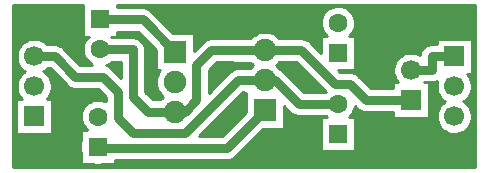
<source format=gbr>
G04 DipTrace 2.4.0.2*
%INBottom.gbr*%
%MOIN*%
%ADD14C,0.03*%
%ADD15C,0.01*%
%ADD16R,0.063X0.063*%
%ADD17C,0.063*%
%ADD18R,0.0669X0.0669*%
%ADD19C,0.0669*%
%ADD20R,0.0748X0.0748*%
%ADD21C,0.0748*%
%FSLAX44Y44*%
G04*
G70*
G90*
G75*
G01*
%LNBottom*%
%LPD*%
X11126Y2410D2*
D14*
X9828D1*
X9038Y3200D1*
X8688D1*
X7794D1*
X6030Y1436D1*
X4290D1*
X3790Y1936D1*
Y2815D1*
X3290Y3315D1*
X2369D1*
X1685Y4000D1*
X1000D1*
X8688Y3200D2*
D3*
X3188Y4230D2*
X4290D1*
Y2660D1*
X4790Y2160D1*
X5688D1*
X8688Y4200D2*
X9912D1*
X11037Y3075D1*
X11524D1*
X12059Y2540D1*
X13564D1*
X5688Y2160D2*
X6038D1*
X6412Y2534D1*
Y3700D1*
X6912Y4200D1*
X8688D1*
X5688Y2160D2*
D3*
X8688Y2200D2*
X7424Y936D1*
X3179D1*
X3125Y990D1*
X5688Y4160D2*
X4618Y5230D1*
X3188D1*
X13564Y3540D2*
X14249D1*
Y4000D1*
X15002D1*
X3125Y990D2*
D3*
X310Y5601D2*
D15*
X2610D1*
X4787D2*
X10813D1*
X11439D2*
X15690D1*
X310Y5503D2*
X2610D1*
X4926D2*
X10695D1*
X11558D2*
X15690D1*
X310Y5404D2*
X2610D1*
X5025D2*
X10624D1*
X11630D2*
X15690D1*
X310Y5305D2*
X2610D1*
X5123D2*
X10578D1*
X11673D2*
X15690D1*
X310Y5207D2*
X2610D1*
X5223D2*
X10553D1*
X11698D2*
X15690D1*
X310Y5108D2*
X2610D1*
X5322D2*
X10547D1*
X11705D2*
X15690D1*
X310Y5009D2*
X2610D1*
X5420D2*
X10558D1*
X11694D2*
X15690D1*
X310Y4910D2*
X2610D1*
X5519D2*
X10588D1*
X11665D2*
X15690D1*
X310Y4812D2*
X2610D1*
X3767D2*
X4455D1*
X5617D2*
X8538D1*
X8839D2*
X10638D1*
X11614D2*
X15690D1*
X310Y4713D2*
X2610D1*
X3767D2*
X4553D1*
X6326D2*
X8316D1*
X9061D2*
X10719D1*
X11534D2*
X15690D1*
X310Y4614D2*
X2758D1*
X4425D2*
X4653D1*
X6326D2*
X8206D1*
X9170D2*
X10547D1*
X11705D2*
X15690D1*
X310Y4516D2*
X706D1*
X1294D2*
X2686D1*
X4586D2*
X4752D1*
X6326D2*
X6650D1*
X10175D2*
X10547D1*
X11705D2*
X14403D1*
X15600D2*
X15690D1*
X310Y4417D2*
X575D1*
X1425D2*
X2641D1*
X4658D2*
X4850D1*
X6326D2*
X6549D1*
X10276D2*
X10547D1*
X11705D2*
X14403D1*
X15600D2*
X15690D1*
X310Y4318D2*
X495D1*
X1944D2*
X2616D1*
X4695D2*
X4949D1*
X6326D2*
X6449D1*
X10375D2*
X10547D1*
X11705D2*
X13991D1*
X15600D2*
X15690D1*
X310Y4220D2*
X444D1*
X2047D2*
X2610D1*
X4705D2*
X5047D1*
X10473D2*
X10547D1*
X11705D2*
X13900D1*
X15600D2*
X15690D1*
X310Y4121D2*
X414D1*
X2145D2*
X2619D1*
X4705D2*
X5050D1*
X11705D2*
X13460D1*
X13667D2*
X13853D1*
X15600D2*
X15690D1*
X310Y4022D2*
X402D1*
X2244D2*
X2649D1*
X4705D2*
X5050D1*
X11705D2*
X13217D1*
X15600D2*
X15690D1*
X310Y3924D2*
X406D1*
X2342D2*
X2699D1*
X4705D2*
X5050D1*
X11705D2*
X13108D1*
X15600D2*
X15690D1*
X310Y3825D2*
X428D1*
X2440D2*
X2778D1*
X3597D2*
X3877D1*
X4705D2*
X5050D1*
X11705D2*
X13039D1*
X15600D2*
X15690D1*
X310Y3726D2*
X469D1*
X2539D2*
X2914D1*
X3462D2*
X3877D1*
X4705D2*
X5050D1*
X7020D2*
X8266D1*
X9111D2*
X9805D1*
X11705D2*
X12995D1*
X15600D2*
X15690D1*
X310Y3628D2*
X535D1*
X3556D2*
X3877D1*
X4705D2*
X5050D1*
X6920D2*
X8219D1*
X9158D2*
X9903D1*
X11705D2*
X12972D1*
X15600D2*
X15690D1*
X310Y3529D2*
X638D1*
X1362D2*
X1575D1*
X3658D2*
X3877D1*
X4705D2*
X5170D1*
X6826D2*
X7550D1*
X9283D2*
X10002D1*
X11165D2*
X12966D1*
X15600D2*
X15690D1*
X310Y3430D2*
X589D1*
X1412D2*
X1674D1*
X3756D2*
X3877D1*
X4705D2*
X5111D1*
X6826D2*
X7444D1*
X9389D2*
X10102D1*
X11726D2*
X12975D1*
X15600D2*
X15690D1*
X310Y3331D2*
X503D1*
X1497D2*
X1772D1*
X4705D2*
X5074D1*
X6826D2*
X7344D1*
X9487D2*
X10200D1*
X11848D2*
X13003D1*
X15498D2*
X15690D1*
X310Y3233D2*
X450D1*
X1550D2*
X1870D1*
X4705D2*
X5055D1*
X6826D2*
X7245D1*
X9587D2*
X10299D1*
X11947D2*
X13052D1*
X15551D2*
X15690D1*
X310Y3134D2*
X417D1*
X1583D2*
X1969D1*
X4705D2*
X5050D1*
X6826D2*
X7147D1*
X9686D2*
X10397D1*
X12045D2*
X13128D1*
X14000D2*
X14419D1*
X15584D2*
X15690D1*
X310Y3035D2*
X403D1*
X1598D2*
X2069D1*
X4705D2*
X5063D1*
X6826D2*
X7049D1*
X9784D2*
X10495D1*
X12144D2*
X12966D1*
X14162D2*
X14405D1*
X15598D2*
X15690D1*
X310Y2937D2*
X405D1*
X1595D2*
X2219D1*
X4705D2*
X5091D1*
X6826D2*
X6950D1*
X9883D2*
X10594D1*
X14162D2*
X14406D1*
X15597D2*
X15690D1*
X310Y2838D2*
X424D1*
X1576D2*
X3186D1*
X4705D2*
X5139D1*
X9981D2*
X10694D1*
X14162D2*
X14425D1*
X15578D2*
X15690D1*
X310Y2739D2*
X463D1*
X1537D2*
X3285D1*
X4792D2*
X5213D1*
X7914D2*
X8050D1*
X14162D2*
X14464D1*
X15539D2*
X15690D1*
X310Y2641D2*
X524D1*
X1476D2*
X3377D1*
X4890D2*
X5274D1*
X7815D2*
X8050D1*
X14162D2*
X14525D1*
X15478D2*
X15690D1*
X310Y2542D2*
X402D1*
X1598D2*
X2978D1*
X3273D2*
X3377D1*
X7717D2*
X8050D1*
X14162D2*
X14622D1*
X15381D2*
X15690D1*
X310Y2443D2*
X402D1*
X1598D2*
X2772D1*
X7619D2*
X8050D1*
X14162D2*
X14605D1*
X15398D2*
X15690D1*
X310Y2345D2*
X402D1*
X1598D2*
X2670D1*
X7520D2*
X8050D1*
X14162D2*
X14514D1*
X15489D2*
X15690D1*
X310Y2246D2*
X402D1*
X1598D2*
X2608D1*
X7422D2*
X8050D1*
X9326D2*
X9411D1*
X11681D2*
X11772D1*
X14162D2*
X14456D1*
X15547D2*
X15690D1*
X310Y2147D2*
X402D1*
X1598D2*
X2569D1*
X7323D2*
X8050D1*
X9326D2*
X9510D1*
X11640D2*
X11955D1*
X14162D2*
X14422D1*
X15581D2*
X15690D1*
X310Y2049D2*
X402D1*
X1598D2*
X2550D1*
X7223D2*
X7956D1*
X9326D2*
X9638D1*
X11575D2*
X12966D1*
X14162D2*
X14405D1*
X15598D2*
X15690D1*
X310Y1950D2*
X402D1*
X1598D2*
X2549D1*
X7125D2*
X7856D1*
X9326D2*
X10547D1*
X11705D2*
X14405D1*
X15598D2*
X15690D1*
X310Y1851D2*
X402D1*
X1598D2*
X2564D1*
X7026D2*
X7758D1*
X9326D2*
X10547D1*
X11705D2*
X14422D1*
X15581D2*
X15690D1*
X310Y1752D2*
X402D1*
X1598D2*
X2599D1*
X6928D2*
X7660D1*
X9326D2*
X10547D1*
X11705D2*
X14458D1*
X15545D2*
X15690D1*
X310Y1654D2*
X402D1*
X1598D2*
X2656D1*
X6830D2*
X7561D1*
X9326D2*
X10547D1*
X11705D2*
X14516D1*
X15487D2*
X15690D1*
X310Y1555D2*
X402D1*
X1598D2*
X2547D1*
X6731D2*
X7463D1*
X8625D2*
X10547D1*
X11705D2*
X14606D1*
X15397D2*
X15690D1*
X310Y1456D2*
X402D1*
X1598D2*
X2547D1*
X6631D2*
X7364D1*
X8526D2*
X10547D1*
X11705D2*
X14766D1*
X15237D2*
X15690D1*
X310Y1358D2*
X2547D1*
X6533D2*
X7264D1*
X8428D2*
X10547D1*
X11705D2*
X15690D1*
X310Y1259D2*
X2547D1*
X8328D2*
X10547D1*
X11705D2*
X15690D1*
X310Y1160D2*
X2536D1*
X8230D2*
X10547D1*
X11705D2*
X15690D1*
X310Y1062D2*
X2516D1*
X8131D2*
X10547D1*
X11705D2*
X15690D1*
X310Y963D2*
X2513D1*
X8033D2*
X10547D1*
X11705D2*
X15690D1*
X310Y864D2*
X2525D1*
X7934D2*
X10547D1*
X11705D2*
X15690D1*
X310Y766D2*
X2547D1*
X7836D2*
X15690D1*
X310Y667D2*
X2547D1*
X7736D2*
X15690D1*
X310Y568D2*
X2547D1*
X7601D2*
X15690D1*
X310Y470D2*
X2547D1*
X3705D2*
X15690D1*
X310Y371D2*
X15690D1*
X3757Y5701D2*
Y5635D1*
X4618Y5634D1*
X4668Y5631D1*
X4717Y5622D1*
X4765Y5606D1*
X4810Y5585D1*
X4852Y5559D1*
X4904Y5516D1*
X5632Y4788D1*
X6316D1*
Y4174D1*
X6626Y4486D1*
X6664Y4519D1*
X6705Y4547D1*
X6750Y4570D1*
X6796Y4587D1*
X6845Y4598D1*
X6912Y4604D1*
X8207D1*
X8269Y4667D1*
X8348Y4728D1*
X8436Y4775D1*
X8531Y4808D1*
X8629Y4825D1*
X8729Y4827D1*
X8828Y4812D1*
X8923Y4783D1*
X9013Y4738D1*
X9094Y4680D1*
X9165Y4609D1*
X9169Y4603D1*
X9912Y4604D1*
X9962Y4601D1*
X10011Y4592D1*
X10059Y4576D1*
X10104Y4555D1*
X10147Y4529D1*
X10198Y4486D1*
X10557Y4127D1*
Y4689D1*
X10754Y4690D1*
X10684Y4762D1*
X10628Y4845D1*
X10588Y4936D1*
X10564Y5033D1*
X10557Y5133D1*
X10568Y5232D1*
X10596Y5328D1*
X10641Y5417D1*
X10700Y5497D1*
X10773Y5566D1*
X10856Y5621D1*
X10948Y5660D1*
X11045Y5683D1*
X11145Y5689D1*
X11244Y5677D1*
X11340Y5647D1*
X11429Y5602D1*
X11508Y5542D1*
X11576Y5468D1*
X11630Y5384D1*
X11668Y5292D1*
X11690Y5195D1*
X11695Y5120D1*
X11686Y5021D1*
X11660Y4924D1*
X11618Y4834D1*
X11560Y4752D1*
X11497Y4689D1*
X11695D1*
Y3551D1*
X11131D1*
X11205Y3479D1*
X11524D1*
X11574Y3476D1*
X11623Y3467D1*
X11670Y3451D1*
X11716Y3430D1*
X11758Y3404D1*
X11809Y3361D1*
X12226Y2944D1*
X12976D1*
X12975Y3129D1*
X13142D1*
X13076Y3211D1*
X13027Y3298D1*
X12994Y3392D1*
X12977Y3491D1*
Y3591D1*
X12994Y3689D1*
X13028Y3783D1*
X13077Y3870D1*
X13140Y3948D1*
X13215Y4014D1*
X13300Y4066D1*
X13393Y4103D1*
X13490Y4124D1*
X13590Y4128D1*
X13689Y4115D1*
X13784Y4086D1*
X13848Y4055D1*
X13861Y4114D1*
X13878Y4161D1*
X13901Y4205D1*
X13929Y4247D1*
X13962Y4284D1*
X13999Y4318D1*
X14040Y4346D1*
X14084Y4369D1*
X14131Y4387D1*
X14180Y4398D1*
X14249Y4404D1*
X14413D1*
Y4589D1*
X15590D1*
Y3411D1*
X15423D1*
X15490Y3329D1*
X15539Y3241D1*
X15572Y3147D1*
X15588Y3049D1*
Y2950D1*
X15571Y2852D1*
X15538Y2757D1*
X15489Y2670D1*
X15426Y2593D1*
X15351Y2527D1*
X15311Y2500D1*
X15353Y2473D1*
X15427Y2406D1*
X15490Y2329D1*
X15539Y2241D1*
X15572Y2147D1*
X15588Y2049D1*
Y1950D1*
X15571Y1852D1*
X15538Y1757D1*
X15489Y1670D1*
X15426Y1593D1*
X15351Y1527D1*
X15266Y1474D1*
X15174Y1437D1*
X15076Y1416D1*
X14976Y1412D1*
X14877Y1425D1*
X14782Y1454D1*
X14693Y1499D1*
X14612Y1558D1*
X14543Y1631D1*
X14487Y1713D1*
X14446Y1804D1*
X14421Y1901D1*
X14413Y2001D1*
X14422Y2100D1*
X14447Y2197D1*
X14488Y2288D1*
X14544Y2370D1*
X14613Y2442D1*
X14692Y2501D1*
X14651Y2527D1*
X14576Y2593D1*
X14514Y2671D1*
X14465Y2758D1*
X14432Y2852D1*
X14415Y2951D1*
Y3051D1*
X14432Y3149D1*
X14444Y3186D1*
X14381Y3158D1*
X14333Y3145D1*
X14268Y3136D1*
X13991D1*
X13985Y3129D1*
X14153D1*
Y1951D1*
X12975D1*
Y2137D1*
X12764Y2136D1*
X12059D1*
X12009Y2139D1*
X11960Y2148D1*
X11912Y2164D1*
X11867Y2185D1*
X11824Y2211D1*
X11773Y2254D1*
X11690Y2337D1*
X11675Y2262D1*
X11641Y2168D1*
X11591Y2082D1*
X11526Y2005D1*
X11497Y1979D1*
X11695D1*
Y841D1*
X10557D1*
Y1979D1*
X10754Y1980D1*
X10725Y2007D1*
X9828Y2006D1*
X9779Y2009D1*
X9729Y2018D1*
X9682Y2034D1*
X9636Y2055D1*
X9594Y2081D1*
X9543Y2124D1*
X9316Y2351D1*
Y1572D1*
X8630D1*
X8161Y1101D1*
X7710Y650D1*
X7673Y617D1*
X7631Y589D1*
X7587Y566D1*
X7540Y549D1*
X7491Y538D1*
X7424Y532D1*
X3695D1*
X3694Y421D1*
X3327D1*
X3273Y404D1*
X3174Y388D1*
X3074D1*
X2976Y405D1*
X2923Y421D1*
X2556D1*
Y788D1*
X2539Y844D1*
X2523Y943D1*
X2524Y1042D1*
X2540Y1141D1*
X2557Y1193D1*
X2556Y1559D1*
X2753Y1560D1*
X2683Y1632D1*
X2627Y1715D1*
X2587Y1806D1*
X2563Y1903D1*
X2557Y2003D1*
X2567Y2102D1*
X2596Y2198D1*
X2640Y2287D1*
X2700Y2367D1*
X2772Y2436D1*
X2855Y2491D1*
X2947Y2530D1*
X3044Y2553D1*
X3144Y2559D1*
X3243Y2547D1*
X3339Y2517D1*
X3386Y2496D1*
Y2647D1*
X3123Y2911D1*
X2369D1*
X2319Y2914D1*
X2270Y2924D1*
X2223Y2939D1*
X2177Y2960D1*
X2135Y2986D1*
X2084Y3030D1*
X1517Y3597D1*
X1427Y3596D1*
X1389Y3558D1*
X1310Y3500D1*
X1351Y3473D1*
X1426Y3406D1*
X1489Y3329D1*
X1537Y3241D1*
X1570Y3147D1*
X1587Y3049D1*
Y2950D1*
X1570Y2852D1*
X1536Y2757D1*
X1488Y2670D1*
X1425Y2593D1*
X1422Y2589D1*
X1589D1*
Y1411D1*
X411D1*
Y2589D1*
X579D1*
X512Y2671D1*
X463Y2758D1*
X430Y2852D1*
X414Y2951D1*
Y3051D1*
X431Y3149D1*
X464Y3243D1*
X513Y3330D1*
X576Y3408D1*
X651Y3474D1*
X691Y3501D1*
X650Y3527D1*
X575Y3593D1*
X512Y3671D1*
X463Y3758D1*
X430Y3852D1*
X414Y3951D1*
Y4051D1*
X431Y4149D1*
X464Y4243D1*
X513Y4330D1*
X576Y4408D1*
X651Y4474D1*
X736Y4526D1*
X829Y4563D1*
X926Y4584D1*
X1026Y4588D1*
X1125Y4575D1*
X1221Y4546D1*
X1310Y4501D1*
X1390Y4441D1*
X1429Y4403D1*
X1685Y4404D1*
X1735Y4401D1*
X1784Y4392D1*
X1831Y4376D1*
X1877Y4355D1*
X1919Y4329D1*
X1970Y4286D1*
X2537Y3719D1*
X2937D1*
X2854Y3769D1*
X2779Y3834D1*
X2716Y3912D1*
X2668Y3999D1*
X2635Y4094D1*
X2620Y4193D1*
X2622Y4292D1*
X2642Y4390D1*
X2678Y4483D1*
X2731Y4569D1*
X2797Y4643D1*
X2817Y4661D1*
X2619D1*
Y5700D1*
X300D1*
Y300D1*
X15700D1*
Y5700D1*
X3758D1*
X3757Y4826D2*
Y4661D1*
X3558D1*
X3589Y4633D1*
X4290Y4634D1*
X4340Y4631D1*
X4389Y4622D1*
X4437Y4606D1*
X4482Y4585D1*
X4525Y4559D1*
X4563Y4528D1*
X4598Y4492D1*
X4628Y4452D1*
X4653Y4408D1*
X4672Y4362D1*
X4685Y4314D1*
X4694Y4249D1*
Y2828D1*
X4957Y2564D1*
X5207D1*
X5269Y2627D1*
X5308Y2660D1*
X5266Y2695D1*
X5197Y2768D1*
X5141Y2851D1*
X5099Y2942D1*
X5072Y3038D1*
X5061Y3137D1*
X5065Y3237D1*
X5085Y3335D1*
X5120Y3428D1*
X5170Y3515D1*
X5182Y3531D1*
X5060Y3532D1*
Y4218D1*
X4589Y4688D1*
X4451Y4826D1*
X3757D1*
X3589Y3827D2*
X3511Y3762D1*
X3424Y3712D1*
X3402Y3704D1*
X3481Y3672D1*
X3523Y3646D1*
X3576Y3601D1*
X3886Y3291D1*
Y3827D1*
X3589Y3826D1*
X8060Y2142D2*
Y2795D1*
X7962Y2796D1*
X6505Y1340D1*
X7256D1*
X8061Y2144D1*
X8207Y3603D2*
X8269Y3667D1*
X8309Y3700D1*
X8266Y3735D1*
X8209Y3795D1*
X7081Y3796D1*
X6817Y3533D1*
X6816Y2792D1*
X7508Y3486D1*
X7546Y3519D1*
X7587Y3547D1*
X7632Y3570D1*
X7678Y3587D1*
X7727Y3598D1*
X7794Y3604D1*
X8208D1*
X9068Y3700D2*
X9131Y3646D1*
X9193Y3574D1*
X9271Y3530D1*
X9324Y3486D1*
X9997Y2813D1*
X10428Y2814D1*
X10727D1*
X9745Y3796D1*
X9170D1*
X9091Y3718D1*
X9067Y3700D1*
D16*
X3188Y5230D3*
D17*
Y4230D3*
D16*
X3125Y990D3*
D17*
Y1990D3*
D16*
X11126Y4120D3*
D17*
Y5120D3*
D16*
Y1410D3*
D17*
Y2410D3*
D18*
X1000Y2000D3*
D19*
Y3000D3*
Y4000D3*
D18*
X15002D3*
D19*
Y3000D3*
Y2000D3*
D18*
X13564Y2540D3*
D19*
Y3540D3*
D20*
X5688Y4160D3*
D21*
Y3160D3*
Y2160D3*
D20*
X8688Y2200D3*
D21*
Y3200D3*
Y4200D3*
M02*

</source>
